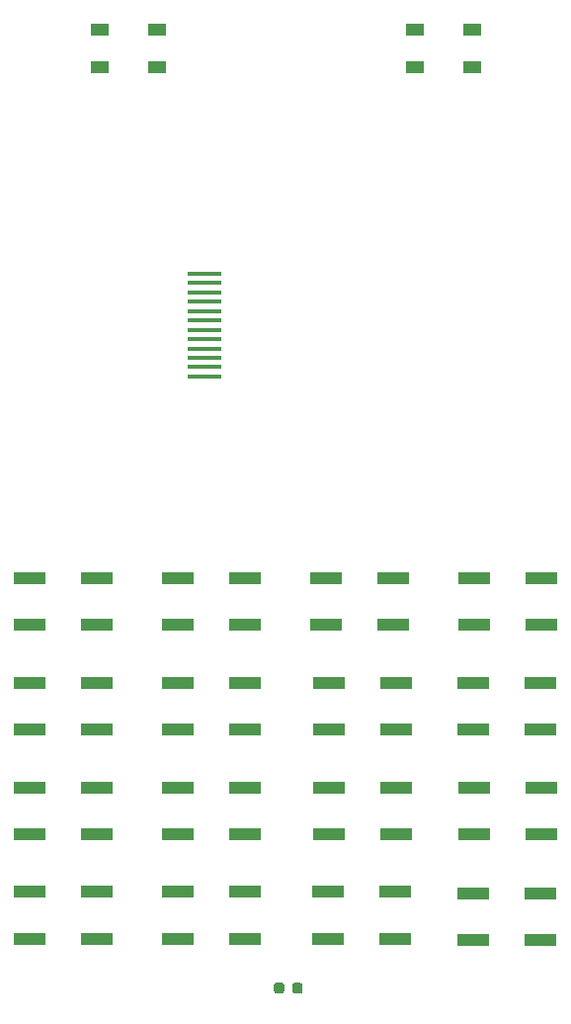
<source format=gbr>
%TF.GenerationSoftware,KiCad,Pcbnew,(5.1.12)-1*%
%TF.CreationDate,2022-08-12T17:27:40+02:00*%
%TF.ProjectId,upitchuS2,75706974-6368-4755-9332-2e6b69636164,1.1*%
%TF.SameCoordinates,Original*%
%TF.FileFunction,Paste,Top*%
%TF.FilePolarity,Positive*%
%FSLAX46Y46*%
G04 Gerber Fmt 4.6, Leading zero omitted, Abs format (unit mm)*
G04 Created by KiCad (PCBNEW (5.1.12)-1) date 2022-08-12 17:27:40*
%MOMM*%
%LPD*%
G01*
G04 APERTURE LIST*
%ADD10R,2.750000X1.000000*%
%ADD11R,1.500000X1.000000*%
%ADD12R,3.000000X0.400000*%
G04 APERTURE END LIST*
D10*
%TO.C,SW105*%
X124175000Y-103900000D03*
X129925000Y-103900000D03*
X129925000Y-99900000D03*
X124175000Y-99900000D03*
%TD*%
%TO.C,D1*%
G36*
G01*
X106987000Y-135256250D02*
X106987000Y-134743750D01*
G75*
G02*
X107205750Y-134525000I218750J0D01*
G01*
X107643250Y-134525000D01*
G75*
G02*
X107862000Y-134743750I0J-218750D01*
G01*
X107862000Y-135256250D01*
G75*
G02*
X107643250Y-135475000I-218750J0D01*
G01*
X107205750Y-135475000D01*
G75*
G02*
X106987000Y-135256250I0J218750D01*
G01*
G37*
G36*
G01*
X108562000Y-135256250D02*
X108562000Y-134743750D01*
G75*
G02*
X108780750Y-134525000I218750J0D01*
G01*
X109218250Y-134525000D01*
G75*
G02*
X109437000Y-134743750I0J-218750D01*
G01*
X109437000Y-135256250D01*
G75*
G02*
X109218250Y-135475000I-218750J0D01*
G01*
X108780750Y-135475000D01*
G75*
G02*
X108562000Y-135256250I0J218750D01*
G01*
G37*
%TD*%
D11*
%TO.C,D101*%
X123950000Y-56100000D03*
X123950000Y-52900000D03*
X119050000Y-56100000D03*
X119050000Y-52900000D03*
%TD*%
%TO.C,D102*%
X92050000Y-52900000D03*
X92050000Y-56100000D03*
X96950000Y-52900000D03*
X96950000Y-56100000D03*
%TD*%
D12*
%TO.C,U4*%
X101000000Y-82600000D03*
X101000000Y-81800000D03*
X101000000Y-81000000D03*
X101000000Y-80200000D03*
X101000000Y-79400000D03*
X101000000Y-78600000D03*
X101000000Y-74600000D03*
X101000000Y-77800000D03*
X101000000Y-73800000D03*
X101000000Y-76200000D03*
X101000000Y-77000000D03*
X101000000Y-75400000D03*
%TD*%
D10*
%TO.C,SW101*%
X86075000Y-121800000D03*
X91825000Y-121800000D03*
X91825000Y-117800000D03*
X86075000Y-117800000D03*
%TD*%
%TO.C,SW102*%
X86050000Y-130750000D03*
X91800000Y-130750000D03*
X91800000Y-126750000D03*
X86050000Y-126750000D03*
%TD*%
%TO.C,SW103*%
X86075000Y-108850000D03*
X91825000Y-108850000D03*
X91825000Y-112850000D03*
X86075000Y-112850000D03*
%TD*%
%TO.C,SW104*%
X86075000Y-103900000D03*
X91825000Y-103900000D03*
X91825000Y-99900000D03*
X86075000Y-99900000D03*
%TD*%
%TO.C,SW106*%
X98775000Y-117800000D03*
X104525000Y-117800000D03*
X104525000Y-121800000D03*
X98775000Y-121800000D03*
%TD*%
%TO.C,SW107*%
X98750000Y-126750000D03*
X104500000Y-126750000D03*
X104500000Y-130750000D03*
X98750000Y-130750000D03*
%TD*%
%TO.C,SW108*%
X98775000Y-112850000D03*
X104525000Y-112850000D03*
X104525000Y-108850000D03*
X98775000Y-108850000D03*
%TD*%
%TO.C,SW109*%
X98775000Y-99900000D03*
X104525000Y-99900000D03*
X104525000Y-103900000D03*
X98775000Y-103900000D03*
%TD*%
%TO.C,SW110*%
X124050000Y-108850000D03*
X129800000Y-108850000D03*
X129800000Y-112850000D03*
X124050000Y-112850000D03*
%TD*%
%TO.C,SW111*%
X111675000Y-117800000D03*
X117425000Y-117800000D03*
X117425000Y-121800000D03*
X111675000Y-121800000D03*
%TD*%
%TO.C,SW112*%
X111650000Y-126750000D03*
X117400000Y-126750000D03*
X117400000Y-130750000D03*
X111650000Y-130750000D03*
%TD*%
%TO.C,SW113*%
X111675000Y-108850000D03*
X117425000Y-108850000D03*
X117425000Y-112850000D03*
X111675000Y-112850000D03*
%TD*%
%TO.C,SW114*%
X111475000Y-103900000D03*
X117225000Y-103900000D03*
X117225000Y-99900000D03*
X111475000Y-99900000D03*
%TD*%
%TO.C,SW115*%
X124125000Y-121800000D03*
X129875000Y-121800000D03*
X129875000Y-117800000D03*
X124125000Y-117800000D03*
%TD*%
%TO.C,SW116*%
X124100000Y-126850000D03*
X129850000Y-126850000D03*
X129850000Y-130850000D03*
X124100000Y-130850000D03*
%TD*%
M02*

</source>
